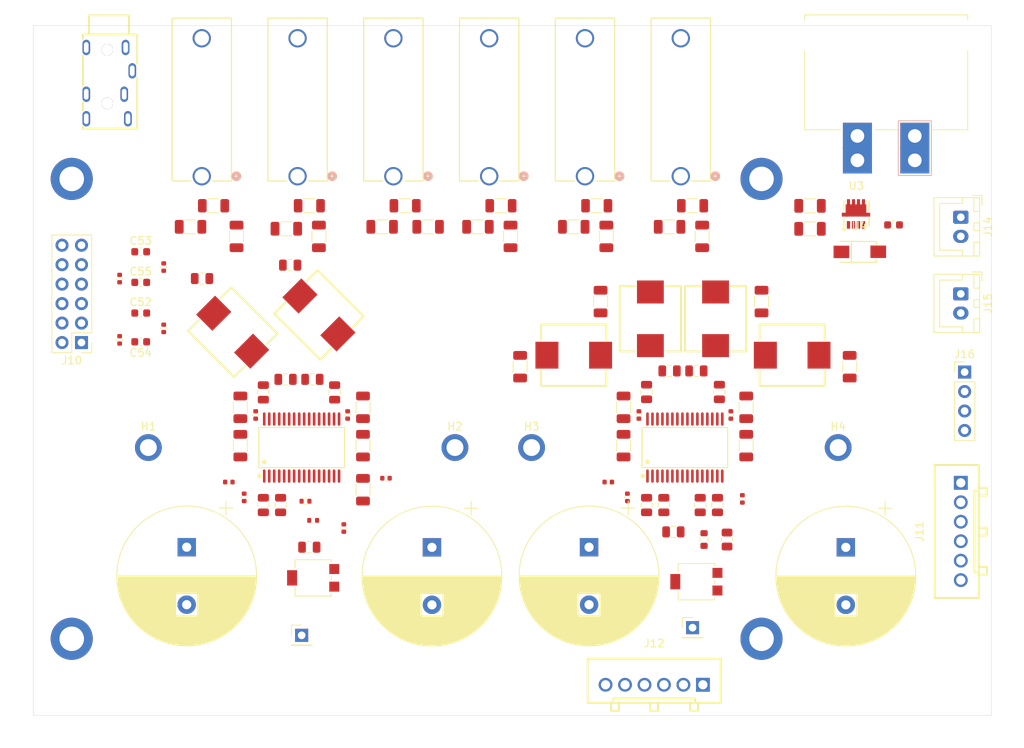
<source format=kicad_pcb>
(kicad_pcb (version 20240108) (generator "pcbnew") (generator_version "8.0")
  (layers (0 "F.Cu" signal) (31 "B.Cu" signal) (34 "B.Paste" user) (35 "F.Paste" user) (36 "B.SilkS" user "B.Silkscreen") (37 "F.SilkS" user "F.Silkscreen") (38 "B.Mask" user) (39 "F.Mask" user) (44 "Edge.Cuts" user))
  (net 0 "")
  (net 1 "/TPA3126D2/LINN")
  (net 2 "Net-(U1-LINN)")
  (net 3 "Net-(U1-LINP)")
  (net 4 "/TPA3126D2/LINP")
  (net 5 "Net-(U1-RINN)")
  (net 6 "/TPA3126D2/RINN")
  (net 7 "Net-(U2-RINN)")
  (net 8 "/TPA3126D2/SINN")
  (net 9 "GND")
  (net 10 "Net-(U1-GVDD)")
  (net 11 "Net-(U2-GVDD)")
  (net 12 "Net-(U2-SYNC)")
  (net 13 "Net-(U1-RINP)")
  (net 14 "/TPA3126D2/RINP")
  (net 15 "/TPA3126D2/SINP")
  (net 16 "Net-(U2-RINP)")
  (net 17 "+24V")
  (net 18 "Net-(U1-BSPR)")
  (net 19 "Net-(U1-OUTPR)")
  (net 20 "Net-(U1-BSNR)")
  (net 21 "Net-(U1-OUTNR)")
  (net 22 "Net-(U1-BSNL)")
  (net 23 "Net-(U1-OUTNL)")
  (net 24 "Net-(U2-BSPR)")
  (net 25 "Net-(U2-OUTNR)")
  (net 26 "Net-(U2-BSNR)")
  (net 27 "Net-(U2-BSNL)")
  (net 28 "Net-(U2-OUTNL)")
  (net 29 "Net-(U1-BSPL)")
  (net 30 "Net-(U1-OUTPL)")
  (net 31 "Net-(U2-BSPL)")
  (net 32 "Net-(J3-Pin_1)")
  (net 33 "Net-(J4-Pin_1)")
  (net 34 "Net-(J5-Pin_1)")
  (net 35 "Net-(J6-Pin_1)")
  (net 36 "Net-(J7-Pin_1)")
  (net 37 "Net-(J8-Pin_1)")
  (net 38 "Net-(C46-Pad1)")
  (net 39 "Net-(C47-Pad2)")
  (net 40 "Net-(C48-Pad1)")
  (net 41 "Net-(C49-Pad2)")
  (net 42 "Net-(C50-Pad1)")
  (net 43 "Net-(C51-Pad2)")
  (net 44 "/SIN")
  (net 45 "/RIN")
  (net 46 "Net-(J9-AUDIO_R)")
  (net 47 "/LIN")
  (net 48 "Net-(J9-AUDIO_L)")
  (net 49 "Net-(J1-Pin_1)")
  (net 50 "Net-(J2-Pin_1)")
  (net 55 "/TPA3126D2/SDZB")
  (net 56 "/TPA3126D2/MUTEA")
  (net 57 "/TPA3126D2/FAULTZB")
  (net 58 "/TPA3126D2/FAULTZA")
  (net 59 "/TPA3126D2/MUTEB")
  (net 60 "/TPA3126D2/SDZA")
  (net 61 "Net-(J13-Pin_2)")
  (net 62 "/TPA3126D2/SYNC")
  (net 63 "Net-(U1-GAIN_SLV)")
  (net 64 "Net-(U2-GAIN_SLV)")
  (net 65 "+3V3")
  (net 66 "Net-(U3-G)")
  (footprint "Endstufe:CP_Radial_D18.0mm_P7.50mm" (layer "F.Cu") (at 155 118.05 -90)
    (property "Reference" "C25" (hide yes))
    (property "Value" "2200uF")
    (pad "1" thru_hole rect (at 0 0 90) (size 2.4 2.4) (drill 1.2) (layers "*.Cu" "*.Mask") (net 17 "+24V"))
    (pad "2" thru_hole circle (at 7.5 0 90) (size 2.4 2.4) (drill 1.2) (layers "*.Cu" "*.Mask") (net 9 "GND"))
  )
  (footprint "Connector_PinHeader_2.54mm:PinHeader_1x04_P2.54mm_Vertical" (layer "F.Cu") (at 256.5 95.2)
    (property "Reference" "J16" (at 0 -2.33 0) (layer "F.SilkS"))
    (property "Value" "Conn_01x04")
    (pad "1" thru_hole rect (at 0 0) (size 1.7 1.7) (drill 1) (layers "*.Cu" "*.Mask") (net 17 "+24V"))
    (pad "2" thru_hole oval (at 0 2.54) (size 1.7 1.7) (drill 1) (layers "*.Cu" "*.Mask") (net 9 "GND"))
    (pad "3" thru_hole oval (at 0 5.08) (size 1.7 1.7) (drill 1) (layers "*.Cu" "*.Mask") (net 17 "+24V"))
    (pad "4" thru_hole oval (at 0 7.62) (size 1.7 1.7) (drill 1) (layers "*.Cu" "*.Mask") (net 9 "GND"))
  )
  (footprint "Endstufe:R_1206_3216Metric" (layer "F.Cu") (at 221 73.5 180)
    (property "Reference" "R15" (hide yes))
    (property "Value" "3.3")
    (pad "1" smd roundrect (at -1.4625 0 180) (size 1.125 1.75) (layers "F.Cu" "F.Paste" "F.Mask") (roundrect_rratio 0.2222222222) (net 41 "Net-(C49-Pad2)"))
    (pad "2" smd roundrect (at 1.4625 0 180) (size 1.125 1.75) (layers "F.Cu" "F.Paste" "F.Mask") (roundrect_rratio 0.2222222222) (net 35 "Net-(J6-Pin_1)"))
  )
  (footprint "Endstufe:C_0805_2012Metric" (layer "F.Cu") (at 217.25 112.55 90)
    (property "Reference" "C3" (hide yes))
    (property "Value" "1uF")
    (pad "1" smd roundrect (at -0.95 0 90) (size 1 1.45) (layers "F.Cu" "F.Paste" "F.Mask") (net 6 "/TPA3126D2/RINN"))
    (pad "2" smd roundrect (at 0.95 0 90) (size 1 1.45) (layers "F.Cu" "F.Paste" "F.Mask") (net 5 "Net-(U1-RINN)"))
  )
  (footprint "Endstufe:C_1206_3216Metric" (layer "F.Cu") (at 155.5 76.25 180)
    (property "Reference" "C44" (hide yes))
    (property "Value" "1nF")
    (pad "1" smd roundrect (at -1.475 0 180) (size 1.15 1.8) (layers "F.Cu" "F.Paste" "F.Mask") (roundrect_rratio 0.2173913043) (net 36 "Net-(J7-Pin_1)"))
    (pad "2" smd roundrect (at 1.475 0 180) (size 1.15 1.8) (layers "F.Cu" "F.Paste" "F.Mask") (roundrect_rratio 0.2173913043) (net 9 "GND"))
  )
  (footprint "Endstufe:PinHeader_1x01_P2.54mm_Vertical" (layer "F.Cu") (at 170 129.55)
    (property "Reference" "J2" (hide yes))
    (property "Value" "Conn_01x01_Pin")
    (pad "1" thru_hole rect (at 0 0) (size 1.7 1.7) (drill 1) (layers "*.Cu" "*.Mask") (net 50 "Net-(J2-Pin_1)"))
  )
  (footprint "Endstufe:CP_Radial_D18.0mm_P7.50mm" (layer "F.Cu") (at 207.5 118.05 -90)
    (property "Reference" "C24" (hide yes))
    (property "Value" "2200uF")
    (pad "1" thru_hole rect (at 0 0 90) (size 2.4 2.4) (drill 1.2) (layers "*.Cu" "*.Mask") (net 17 "+24V"))
    (pad "2" thru_hole circle (at 7.5 0 90) (size 2.4 2.4) (drill 1.2) (layers "*.Cu" "*.Mask") (net 9 "GND"))
  )
  (footprint "Endstufe:IND-SMD_L8.5-W8.0_PCC-M0854M" (layer "F.Cu") (at 172.25 87.75 135)
    (property "Reference" "L6" (hide yes))
    (property "Value" "10uH")
    (pad "1" smd rect (at -3.5 0 135) (size 3 3.5) (layers "F.Cu" "F.Paste" "F.Mask") (net 28 "Net-(U2-OUTNL)"))
    (pad "2" smd rect (at 3.5 0 135) (size 3 3.5) (layers "F.Cu" "F.Paste" "F.Mask") (net 37 "Net-(J8-Pin_1)"))
  )
  (footprint "Endstufe:C_0805_2012Metric" (layer "F.Cu") (at 165 97.85 90)
    (property "Reference" "C29" (hide yes))
    (property "Value" "220nF")
    (pad "1" smd roundrect (at -0.949999 0 90) (size 1 1.45) (layers "F.Cu" "F.Paste" "F.Mask") (net 24 "Net-(U2-BSPR)"))
    (pad "2" smd roundrect (at 0.949999 0 90) (size 1 1.45) (layers "F.Cu" "F.Paste" "F.Mask") (net 25 "Net-(U2-OUTNR)"))
  )
  (footprint "Endstufe:IND-SMD_L8.5-W8.0_PCC-M0854M" (layer "F.Cu") (at 224 88.25 90)
    (property "Reference" "L3" (hide yes))
    (property "Value" "10uH")
    (pad "1" smd rect (at -3.5 0 90) (size 3 3.5) (layers "F.Cu" "F.Paste" "F.Mask") (net 30 "Net-(U1-OUTPL)"))
    (pad "2" smd rect (at 3.5 0 90) (size 3 3.5) (layers "F.Cu" "F.Paste" "F.Mask") (net 34 "Net-(J5-Pin_1)"))
  )
  (footprint "Endstufe:C_0402_1005Metric" (layer "F.Cu") (at 146.25 91 90)
    (property "Reference" "R21" (hide yes))
    (property "Value" "10k")
    (pad "1" smd roundrect (at -0.48 0 90) (size 0.56 0.62) (layers "F.Cu" "F.Paste" "F.Mask") (net 45 "/RIN"))
    (pad "2" smd roundrect (at 0.48 0 90) (size 0.56 0.62) (layers "F.Cu" "F.Paste" "F.Mask") (net 9 "GND"))
  )
  (footprint "Endstufe:C_0402_1005Metric" (layer "F.Cu") (at 152 89.5 90)
    (property "Reference" "R18" (hide yes))
    (property "Value" "10k")
    (pad "1" smd roundrect (at -0.48 0 90) (size 0.56 0.62) (layers "F.Cu" "F.Paste" "F.Mask") (net 46 "Net-(J9-AUDIO_R)"))
    (pad "2" smd roundrect (at 0.48 0 90) (size 0.56 0.62) (layers "F.Cu" "F.Paste" "F.Mask") (net 44 "/SIN"))
  )
  (footprint "Endstufe:C_0402_1005Metric" (layer "F.Cu") (at 146.25 83 90)
    (property "Reference" "R20" (hide yes))
    (property "Value" "10k")
    (pad "1" smd roundrect (at -0.48 0 90) (size 0.56 0.62) (layers "F.Cu" "F.Paste" "F.Mask") (net 47 "/LIN"))
    (pad "2" smd roundrect (at 0.48 0 90) (size 0.56 0.62) (layers "F.Cu" "F.Paste" "F.Mask") (net 9 "GND"))
  )
  (footprint "Endstufe:IND-SMD_L8.5-W8.0_PCC-M0854M" (layer "F.Cu") (at 234 93)
    (property "Reference" "L4" (hide yes))
    (property "Value" "10uH")
    (pad "1" smd rect (at -3.5 0) (size 3 3.5) (layers "F.Cu" "F.Paste" "F.Mask") (net 23 "Net-(U1-OUTNL)"))
    (pad "2" smd rect (at 3.5 0) (size 3 3.5) (layers "F.Cu" "F.Paste" "F.Mask") (net 35 "Net-(J6-Pin_1)"))
  )
  (footprint "Endstufe:C_0402_1005Metric" (layer "F.Cu") (at 160.5 109.55 180)
    (property "Reference" "R7" (hide yes))
    (property "Value" "10k")
    (pad "1" smd roundrect (at -0.48 0 180) (size 0.56 0.62) (layers "F.Cu" "F.Paste" "F.Mask") (net 55 "/TPA3126D2/SDZB"))
    (pad "2" smd roundrect (at 0.48 0 180) (size 0.56 0.62) (layers "F.Cu" "F.Paste" "F.Mask") (net 65 "+3V3"))
  )
  (footprint "Endstufe:Molex_Sabre_43160-1102_1x02_P7.49mm_Horizontal" (layer "F.Cu") (at 250 64.395 180)
    (property "Reference" "J13" (hide yes))
    (property "Value" "Conn_01x02_Pin")
    (pad "1" thru_hole rect (at 0 -3.18) (size 3.78 3.43) (drill 1.78) (layers "*.Cu" "*.Mask") (net 9 "GND"))
    (pad "1" thru_hole rect (at 0 0) (size 3.78 3.43) (drill 1.78) (layers "*.Cu" "*.Mask") (net 9 "GND"))
    (pad "2" thru_hole rect (at 7.49 -3.18) (size 3.78 3.43) (drill 1.78) (layers "*.Cu" "*.Mask") (net 61 "Net-(J13-Pin_2)"))
    (pad "2" thru_hole rect (at 7.49 0) (size 3.78 3.43) (drill 1.78) (layers "*.Cu" "*.Mask") (net 61 "Net-(J13-Pin_2)"))
  )
  (footprint "Endstufe:C_0805_2012Metric" (layer "F.Cu") (at 171.4 96.15)
    (property "Reference" "C33" (hide yes))
    (property "Value" "220nF")
    (pad "1" smd roundrect (at -0.95 0) (size 1 1.45) (layers "F.Cu" "F.Paste" "F.Mask") (net 31 "Net-(U2-BSPL)"))
    (pad "2" smd roundrect (at 0.95 0) (size 1 1.45) (layers "F.Cu" "F.Paste" "F.Mask") (net 28 "Net-(U2-OUTNL)"))
  )
  (footprint "Endstufe:C_0402_1005Metric" (layer "F.Cu") (at 162.5 111.55 -90)
    (property "Reference" "R9" (hide yes))
    (property "Value" "10k")
    (pad "1" smd roundrect (at -0.48 0 270) (size 0.56 0.62) (layers "F.Cu" "F.Paste" "F.Mask") (net 57 "/TPA3126D2/FAULTZB"))
    (pad "2" smd roundrect (at 0.48 0 270) (size 0.56 0.62) (layers "F.Cu" "F.Paste" "F.Mask") (net 65 "+3V3"))
  )
  (footprint "Endstufe:C_1206_3216Metric" (layer "F.Cu") (at 172.25 77.5 90)
    (property "Reference" "C51" (hide yes))
    (property "Value" "10nF")
    (pad "1" smd roundrect (at -1.475 0 90) (size 1.15 1.8) (layers "F.Cu" "F.Paste" "F.Mask") (roundrect_rratio 0.2173913043) (net 9 "GND"))
    (pad "2" smd roundrect (at 1.475 0 90) (size 1.15 1.8) (layers "F.Cu" "F.Paste" "F.Mask") (roundrect_rratio 0.2173913043) (net 43 "Net-(C51-Pad2)"))
  )
  (footprint "Endstufe:R_0603_1608Metric" (layer "F.Cu") (at 222.5 117.05 -90)
    (property "Reference" "R2" (hide yes))
    (property "Value" "5.6k")
    (pad "1" smd roundrect (at -0.825 0 270) (size 0.8 0.95) (layers "F.Cu" "F.Paste" "F.Mask") (net 63 "Net-(U1-GAIN_SLV)"))
    (pad "2" smd roundrect (at 0.825 0 270) (size 0.8 0.95) (layers "F.Cu" "F.Paste" "F.Mask") (net 9 "GND"))
  )
  (footprint "Capacitor_SMD:C_0603_1608Metric" (layer "F.Cu") (at 149 87.5)
    (property "Reference" "C52" (at 0 -1.43 360) (layer "F.SilkS"))
    (property "Value" "180nF")
    (pad "1" smd roundrect (at -0.775 0) (size 0.9 0.95) (layers "F.Cu" "F.Paste" "F.Mask") (net 9 "GND"))
    (pad "2" smd roundrect (at 0.775 0) (size 0.9 0.95) (layers "F.Cu" "F.Paste" "F.Mask") (net 44 "/SIN"))
  )
  (footprint "Endstufe:CP_Radial_D18.0mm_P7.50mm" (layer "F.Cu") (at 187 118.07222 -90)
    (property "Reference" "C22" (hide yes))
    (property "Value" "2200uF")
    (pad "1" thru_hole rect (at 0 0 90) (size 2.4 2.4) (drill 1.2) (layers "*.Cu" "*.Mask") (net 17 "+24V"))
    (pad "2" thru_hole circle (at 7.5 0 90) (size 2.4 2.4) (drill 1.2) (layers "*.Cu" "*.Mask") (net 9 "GND"))
  )
  (footprint "Endstufe:C_1206_3216Metric" (layer "F.Cu") (at 236.324841 73.514072)
    (property "Reference" "C56" (hide yes))
    (property "Value" "10uF")
    (pad "1" smd roundrect (at -1.475 0) (size 1.15 1.8) (layers "F.Cu" "F.Paste" "F.Mask") (roundrect_rratio 0.2173913043) (net 9 "GND"))
    (pad "2" smd roundrect (at 1.475 0) (size 1.15 1.8) (layers "F.Cu" "F.Paste" "F.Mask") (roundrect_rratio 0.2173913043) (net 17 "+24V"))
  )
  (footprint "Connector_JST:JST_XH_B2B-XH-A_1x02_P2.50mm_Vertical" (layer "F.Cu") (at 256 85 -90)
    (property "Reference" "J15" (at 1.25 -3.55 90) (layer "F.SilkS"))
    (property "Value" "Conn_01x02_Pin")
    (pad "1" thru_hole roundrect (at 0 0 270) (size 1.7 2) (drill 1) (layers "*.Cu" "*.Mask") (roundrect_rratio 0.147059) (net 9 "GND"))
    (pad "2" thru_hole oval (at 2.5 0 270) (size 1.7 2) (drill 1) (layers "*.Cu" "*.Mask") (net 17 "+24V"))
  )
  (footprint "MountingHole:MountingHole_2.2mm_M2_ISO7380_Pad" (layer "F.Cu") (at 190 105.05)
    (property "Reference" "H2" (at 0 -2.75 0) (layer "F.SilkS"))
    (property "Value" "MountingHole_Pad")
    (pad "1" thru_hole circle (at 0 0) (size 3.5 3.5) (drill 2.2) (layers "*.Cu" "*.Mask") (net 9 "GND"))
  )
  (footprint "Endstufe:CONN_973582100_HRS" (layer "F.Cu") (at 206.9666 69.648001 180)
    (property "Reference" "J5" (hide yes))
    (property "Value" "banana connector")
    (pad "1" thru_hole circle (at 0 0) (size 2.3876 2.3876) (drill 1.8796) (layers "*.Cu" "*.Mask") (net 34 "Net-(J5-Pin_1)"))
    (pad "1" thru_hole circle (at 0 17.999999) (size 2.3876 2.3876) (drill 1.8796) (layers "*.Cu" "*.Mask") (net 34 "Net-(J5-Pin_1)"))
  )
  (footprint "Endstufe:R_1206_3216Metric" (layer "F.Cu") (at 196 73.5 180)
    (property "Reference" "R13" (hide yes))
    (property "Value" "3.3")
    (pad "1" smd roundrect (at -1.4625 0 180) (size 1.125 1.75) (layers "F.Cu" "F.Paste" "F.Mask") (roundrect_rratio 0.2222222222) (net 39 "Net-(C47-Pad2)"))
    (pad "2" smd roundrect (at 1.4625 0 180) (size 1.125 1.75) (layers "F.Cu" "F.Paste" "F.Mask") (roundrect_rratio 0.2222222222) (net 33 "Net-(J4-Pin_1)"))
  )
  (footprint "Endstufe:CONN_973582100_HRS" (layer "F.Cu") (at 156.9666 69.648001 180)
    (property "Reference" "J7" (hide yes))
    (property "Value" "banana connector")
    (pad "1" thru_hole circle (at 0 0) (size 2.3876 2.3876) (drill 1.8796) (layers "*.Cu" "*.Mask") (net 36 "Net-(J7-Pin_1)"))
    (pad "1" thru_hole circle (at 0 17.999999) (size 2.3876 2.3876) (drill 1.8796) (layers "*.Cu" "*.Mask") (net 36 "Net-(J7-Pin_1)"))
  )
  (footprint "Endstufe:C_1206_3216Metric" (layer "F.Cu") (at 161.5 77.5 -90)
    (property "Reference" "C50" (hide yes))
    (property "Value" "10nF")
    (pad "1" smd roundrect (at -1.475 0 270) (size 1.15 1.8) (layers "F.Cu" "F.Paste" "F.Mask") (roundrect_rratio 0.2173913043) (net 42 "Net-(C50-Pad1)"))
    (pad "2" smd roundrect (at 1.475 0 270) (size 1.15 1.8) (layers "F.Cu" "F.Paste" "F.Mask") (roundrect_rratio 0.2173913043) (net 9 "GND"))
  )
  (footprint "Endstufe:C_0402_1005Metric" (layer "F.Cu") (at 164 100.8 90)
    (property "Reference" "C16" (hide yes))
    (property "Value" "100nF")
    (pad "1" smd roundrect (at -0.48 0 90) (size 0.56 0.62) (layers "F.Cu" "F.Paste" "F.Mask") (net 17 "+24V"))
    (pad "2" smd roundrect (at 0.48 0 90) (size 0.56 0.62) (layers "F.Cu" "F.Paste" "F.Mask") (net 9 "GND"))
  )
  (footprint "Endstufe:C_0402_1005Metric" (layer "F.Cu") (at 210 109.55 180)
    (property "Reference" "R6" (hide yes))
    (property "Value" "10k")
    (pad "1" smd roundrect (at -0.48 0 180) (size 0.56 0.62) (layers "F.Cu" "F.Paste" "F.Mask") (net 60 "/TPA3126D2/SDZA"))
    (pad "2" smd roundrect (at 0.48 0 180) (size 0.56 0.62) (layers "F.Cu" "F.Paste" "F.Mask") (net 65 "+3V3"))
  )
  (footprint "Endstufe:MountingHole_3.2mm_M3_ISO14580_Pad" (layer "F.Cu") (at 230 70)
    (property "Reference" "H6" (hide yes))
    (property "Value" "MountingHole_Pad")
    (pad "1" thru_hole circle (at 0 0) (size 5.5 5.5) (drill 3.2) (layers "*.Cu" "*.Mask") (net 9 "GND"))
  )
  (footprint "Endstufe:C_0805_2012Metric" (layer "F.Cu") (at 171 118.05 180)
    (property "Reference" "C6" (hide yes))
    (property "Value" "1uF X7R")
    (pad "1" smd roundrect (at -0.95 0 180) (size 1 1.45) (layers "F.Cu" "F.Paste" "F.Mask") (net 9 "GND"))
    (pad "2" smd roundrect (at 0.95 0 180) (size 1 1.45) (layers "F.Cu" "F.Paste" "F.Mask") (net 11 "Net-(U2-GVDD)"))
  )
  (footprint "Connector_JST:JST_XH_B2B-XH-A_1x02_P2.50mm_Vertical" (layer "F.Cu") (at 256 75 -90)
    (property "Reference" "J14" (at 1.25 -3.55 90) (layer "F.SilkS"))
    (property "Value" "Conn_01x02_Pin")
    (pad "1" thru_hole roundrect (at 0 0 270) (size 1.7 2) (drill 1) (layers "*.Cu" "*.Mask") (roundrect_rratio 0.147059) (net 9 "GND"))
    (pad "2" thru_hole oval (at 2.5 0 270) (size 1.7 2) (drill 1) (layers "*.Cu" "*.Mask") (net 17 "+24V"))
  )
  (footprint "Endstufe:C_0805_2012Metric" (layer "F.Cu") (at 215 112.55 90)
    (property "Reference" "C8" (hide yes))
    (property "Value" "1uF")
    (pad "1" smd roundrect (at -0.95 0 90) (size 1 1.45) (layers "F.Cu" "F.Paste" "F.Mask") (net 14 "/TPA3126D2/RINP"))
    (pad "2" smd roundrect (at 0.95 0 90) (size 1 1.45) (layers "F.Cu" "F.Paste" "F.Mask") (net 13 "Net-(U1-RINP)"))
  )
  (footprint "Endstufe:C_0805_2012Metric" (layer "F.Cu") (at 221.5 95.05)
    (property "Reference" "C32" (hide yes))
    (property "Value" "220nF")
    (pad "1" smd roundrect (at -0.95 0) (size 1 1.45) (layers "F.Cu" "F.Paste" "F.Mask") (net 29 "Net-(U1-BSPL)"))
    (pad "2" smd roundrect (at 0.95 0) (size 1 1.45) (layers "F.Cu" "F.Paste" "F.Mask") (net 30 "Net-(U1-OUTPL)"))
  )
  (footprint "Endstufe:C_0603_1608Metric" (layer "F.Cu") (at 247.225 76)
    (property "Reference" "R22" (hide yes))
    (property "Value" "100k")
    (pad "1" smd roundrect (at -0.775 0) (size 0.9 0.95) (layers "F.Cu" "F.Paste" "F.Mask") (net 66 "Net-(U3-G)"))
    (pad "2" smd roundrect (at 0.775 0) (size 0.9 0.95) (layers "F.Cu" "F.Paste" "F.Mask") (net 9 "GND"))
  )
  (footprint "Endstufe:C_1206_3216Metric" (layer "F.Cu") (at 178 99.8 90)
    (property "Reference" "C10" (hide yes))
    (property "Value" "10uF")
    (pad "1" smd roundrect (at -1.475 0 90) (size 1.15 1.8) (layers "F.Cu" "F.Paste" "F.Mask") (roundrect_rratio 0.2173913043) (net 17 "+24V"))
    (pad "2" smd roundrect (at 1.475 0 90) (size 1.15 1.8) (layers "F.Cu" "F.Paste" "F.Mask") (roundrect_rratio 0.2173913043) (net 9 "GND"))
  )
  (footprint "Endstufe:C_1206_3216Metric" (layer "F.Cu") (at 228 104.8 -90)
    (property "Reference" "C18" (hide yes))
    (property "Value" "10uF")
    (pad "1" smd roundrect (at -1.475 0 270) (size 1.15 1.8) (layers "F.Cu" "F.Paste" "F.Mask") (roundrect_rratio 0.2173913043) (net 17 "+24V"))
    (pad "2" smd roundrect (at 1.475 0 270) (size 1.15 1.8) (layers "F.Cu" "F.Paste" "F.Mask") (roundrect_rratio 0.2173913043) (net 9 "GND"))
  )
  (footprint "Endstufe:C_1206_3216Metric" (layer "F.Cu") (at 178 110.55 -90)
    (property "Reference" "C7" (hide yes))
    (property "Value" "1nF")
    (pad "1" smd roundrect (at -1.475 0 270) (size 1.15 1.8) (layers "F.Cu" "F.Paste" "F.Mask") (roundrect_rratio 0.2173913043) (net 12 "Net-(U2-SYNC)"))
    (pad "2" smd roundrect (at 1.475 0 270) (size 1.15 1.8) (layers "F.Cu" "F.Paste" "F.Mask") (roundrect_rratio 0.2173913043) (net 9 "GND"))
  )
  (footprint "Endstufe:C_1206_3216Metric" (layer "F.Cu") (at 178 104.8 -90)
    (property "Reference" "C20" (hide yes))
    (property "Value" "10uF")
    (pad "1" smd roundrect (at -1.475 0 270) (size 1.15 1.8) (layers "F.Cu" "F.Paste" "F.Mask") (roundrect_rratio 0.2173913043) (net 17 "+24V"))
    (pad "2" smd roundrect (at 1.475 0 270) (size 1.15 1.8) (layers "F.Cu" "F.Paste" "F.Mask") (roundrect_rratio 0.2173913043) (net 9 "GND"))
  )
  (footprint "Capacitor_SMD:C_0603_1608Metric" (layer "F.Cu") (at 149 83.5)
    (property "Reference" "C55" (at 0 -1.43 360) (layer "F.SilkS"))
    (property "Value" "180nF")
    (pad "1" smd roundrect (at -0.775 0) (size 0.9 0.95) (layers "F.Cu" "F.Paste" "F.Mask") (net 47 "/LIN"))
    (pad "2" smd roundrect (at 0.775 0) (size 0.9 0.95) (layers "F.Cu" "F.Paste" "F.Mask") (net 48 "Net-(J9-AUDIO_L)"))
  )
  (footprint "Endstufe:C_1206_3216Metric" (layer "F.Cu") (at 168 76.5)
    (property "Reference" "C45" (hide yes))
    (property "Value" "1nF")
    (pad "1" smd roundrect (at -1.475 0) (size 1.15 1.8) (layers "F.Cu" "F.Paste" "F.Mask") (roundrect_rratio 0.2173913043) (net 9 "GND"))
    (pad "2" smd roundrect (at 1.475 0) (size 1.15 1.8) (layers "F.Cu" "F.Paste" "F.Mask") (roundrect_rratio 0.2173913043) (net 37 "Net-(J8-Pin_1)"))
  )
  (footprint "Endstufe:C_0805_2012Metric" (layer "F.Cu") (at 174.3 97.85 90)
    (property "Reference" "C31" (hide yes))
    (property "Value" "220nF")
    (pad "1" smd roundrect (at -0.95 0 90) (size 1 1.45) (layers "F.Cu" "F.Paste" "F.Mask") (net 27 "Net-(U2-BSNL)"))
    (pad "2" smd roundrect (at 0.95 0 90) (size 1 1.45) (layers "F.Cu" "F.Paste" "F.Mask") (net 28 "Net-(U2-OUTNL)"))
  )
  (footprint "Endstufe:C_0805_2012Metric" (layer "F.Cu") (at 218.5 116.05)
    (property "Reference" "C5" (hide yes))
    (property "Value" "1uF X7R")
    (pad "1" smd roundrect (at -0.95 0) (size 1 1.45) (layers "F.Cu" "F.Paste" "F.Mask") (net 9 "GND"))
    (pad "2" smd roundrect (at 0.95 0) (size 1 1.45) (layers "F.Cu" "F.Paste" "F.Mask") (net 10 "Net-(U1-GVDD)"))
  )
  (footprint "Endstufe:R_1206_3216Metric" (layer "F.Cu") (at 171 73.5 180)
    (property "Reference" "R17" (hide yes))
    (property "Value" "3.3")
    (pad "1" smd roundrect (at -1.4625 0 180) (size 1.125 1.75) (layers "F.Cu" "F.Paste" "F.Mask") (roundrect_rratio 0.2222222222) (net 43 "Net-(C51-Pad2)"))
    (pad "2" smd roundrect (at 1.4625 0 180) (size 1.125 1.75) (layers "F.Cu" "F.Paste" "F.Mask") (roundrect_rratio 0.2222222222) (net 37 "Net-(J8-Pin_1)"))
  )
  (footprint "Endstufe:CONN-TH_B6B-XH-2-LF-SN" (layer "F.Cu") (at 216 136)
    (property "Reference" "J12" (at 0.000013 -5.4 0) (layer "F.SilkS"))
    (property "Value" "B6B-XH-2(LF)(SN)")
    (pad "1" thru_hole rect (at 6.350013 0 180) (size 1.8 1.8) (drill 1.2) (layers "*.Cu" "*.Mask") (net 60 "/TPA3126D2/SDZA"))
    (pad "2" thru_hole circle (at 3.810008 0) (size 1.8 1.8) (drill 1.2) (layers "*.Cu" "*.Mask") (net 55 "/TPA3126D2/SDZB"))
    (pad "3" thru_hole circle (at 1.270003 0) (size 1.8 1.8) (drill 1.2) (layers "*.Cu" "*.Mask") (net 58 "/TPA3126D2/FAULTZA"))
    (pad "4" thru_hole circle (at -1.270003 0) (size 1.8 1.8) (drill 1.2) (layers "*.Cu" "*.Mask") (net 57 "/TPA3126D2/FAULTZB"))
    (pad "5" thru_hole circle (at -3.810008 0) (size 1.8 1.8) (drill 1.2) (layers "*.Cu" "*.Mask") (net 56 "/TPA3126D2/MUTEA"))
    (pad "6" thru_hole circle (at -6.350013 0) (size 1.8 1.8) (drill 1.2) (layers "*.Cu" "*.Mask") (net 59 "/TPA3126D2/MUTEB"))
  )
  (footprint "Endstufe:C_0402_1005Metric" (layer "F.Cu") (at 214 100.8 90)
    (property "Reference" "C17" (hide yes))
    (property "Value" "100nF")
    (pad "1" smd roundrect (at -0.48 0 90) (size 0.56 0.62) (layers "F.Cu" "F.Paste" "F.Mask") (net 17 "+24V"))
    (pad "2" smd roundrect (at 0.48 0 90) (size 0.56 0.62) (layers "F.Cu" "F.Paste" "F.Mask") (net 9 "GND"))
  )
  (footprint "Endstufe:C_1206_3216Metric" (layer "F.Cu") (at 209 86 90)
    (property "Reference" "C35" (hide yes))
    (property "Value" "680nF")
    (pad "1" smd roundrect (at -1.475 0 90) (size 1.15 1.8) (layers "F.Cu" "F.Paste" "F.Mask") (roundrect_rratio 0.2173913043) (net 9 "GND"))
    (pad "2" smd roundrect (at 1.475 0 90) (size 1.15 1.8) (layers "F.Cu" "F.Paste" "F.Mask") (roundrect_rratio 0.2173913043) (net 33 "Net-(J4-Pin_1)"))
  )
  (footprint "Endstufe:R_0805_2012Metric" (layer "F.Cu") (at 225.5 117.05 90)
    (property "Reference" "R4" (hide yes))
    (property "Value" "DNP")
    (pad "1" smd roundrect (at -0.9125 0 90) (size 1.025 1.4) (layers "F.Cu" "F.Paste" "F.Mask") (roundrect_rratio 0.243902439) (net 10 "Net-(U1-GVDD)"))
    (pad "2" smd roundrect (at 0.9125 0 90) (size 1.025 1.4) (layers "F.Cu" "F.Paste" "F.Mask") (roundrect_rratio 0.243902439) (net 63 "Net-(U1-GAIN_SLV)"))
  )
  (footprint "Endstufe:HTSSOP-32_L11.0-W6.1-P0.65-LS8.1-BL" (layer "F.Cu") (at 170 105.05)
    (property "Reference" "U2" (hide yes))
    (property "Value" "TPA3126D2DADR")
    (pad "1" smd oval (at -4.88 3.72) (size 0.34 1.75) (layers "F.Cu" "F.Paste" "F.Mask") (net 9 "GND"))
    (pad "2" smd oval (at -4.23 3.72) (size 0.34 1.75) (layers "F.Cu" "F.Paste" "F.Mask") (net 55 "/TPA3126D2/SDZB"))
    (pad "3" smd oval (at -3.58 3.72) (size 0.34 1.75) (layers "F.Cu" "F.Paste" "F.Mask") (net 57 "/TPA3126D2/FAULTZB"))
    (pad "4" smd oval (at -2.93 3.72) (size 0.34 1.75) (layers "F.Cu" "F.Paste" "F.Mask") (net 16 "Net-(U2-RINP)"))
    (pad "5" smd oval (at -2.28 3.72) (size 0.34 1.75) (layers "F.Cu" "F.Paste" "F.Mask") (net 7 "Net-(U2-RINN)"))
    (pad "6" smd oval (at -1.63 3.72) (size 0.34 1.75) (layers "F.Cu" "F.Paste" "F.Mask") (net 50 "Net-(J2-Pin_1)"))
    (pad "7" smd oval (at -0.98 3.72) (size 0.34 1.75) (layers "F.Cu" "F.Paste" "F.Mask") (net 11 "Net-(U2-GVDD)"))
    (pad "8" smd oval (at -0.32 3.72) (size 0.34 1.75) (layers "F.Cu" "F.Paste" "F.Mask") (net 64 "Net-(U2-GAIN_SLV)"))
    (pad "9" smd oval (at 0.33 3.72) (size 0.34 1.75) (layers "F.Cu" "F.Paste" "F.Mask") (net 9 "GND"))
    (pad "10" smd oval (at 0.98 3.72) (size 0.34 1.75) (layers "F.Cu" "F.Paste" "F.Mask") (net 9 "GND"))
    (pad "11" smd oval (at 1.63 3.72) (size 0.34 1.75) (layers "F.Cu" "F.Paste" "F.Mask") (net 9 "GND"))
    (pad "12" smd oval (at 2.28 3.72) (size 0.34 1.75) (layers "F.Cu" "F.Paste" "F.Mask") (net 59 "/TPA3126D2/MUTEB"))
    (pad "13" smd oval (at 2.93 3.72) (size 0.34 1.75) (layers "F.Cu" "F.Paste" "F.Mask") (net 9 "GND"))
    (pad "14" smd oval (at 3.58 3.72) (size 0.34 1.75) (layers "F.Cu" "F.Paste" "F.Mask") (net 9 "GND"))
    (pad "15" smd oval (at 4.23 3.72) (size 0.34 1.75) (layers "F.Cu" "F.Paste" "F.Mask") (net 9 "GND"))
    (pad "16" smd oval (at 4.88 3.72) (size 0.34 1.75) (layers "F.Cu" "F.Paste" "F.Mask") (net 12 "Net-(U2-SYNC)"))
    (pad "17" smd oval (at 4.88 -3.72) (size 0.34 1.75) (layers "F.Cu" "F.Paste" "F.Mask") (net 17 "+24V"))
    (pad "18" smd oval (at 4.23 -3.72) (size 0.34 1.75) (layers "F.Cu" "F.Paste" "F.Mask") (net 17 "+24V"))
    (pad "19" smd oval (at 3.58 -3.72) (size 0.34 1.75) (layers "F.Cu" "F.Paste" "F.Mask") (net 17 "+24V"))
    (pad "20" smd oval (at 2.93 -3.72) (size 0.34 1.75) (layers "F.Cu" "F.Paste" "F.Mask") (net 27 "Net-(U2-BSNL)"))
    (pad "21" smd oval (at 2.28 -3.72) (size 0.34 1.75) (layers "F.Cu" "F.Paste" "F.Mask") (net 28 "Net-(U2-OUTNL)"))
    (pad "22" smd oval (at 1.63 -3.72) (size 0.34 1.75) (layers "F.Cu" "F.Paste" "F.Mask") (net 9 "GND"))
    (pad "23" smd oval (at 0.98 -3.72) (size 0.34 1.75) (layers "F.Cu" "F.Paste" "F.Mask") (net 28 "Net-(U2-OUTNL)"))
    (pad "24" smd oval (at 0.33 -3.72) (size 0.34 1.75) (layers "F.Cu" "F.Paste" "F.Mask") (net 31 "Net-(U2-BSPL)"))
    (pad "25" smd oval (at -0.32 -3.72) (size 0.34 1.75) (layers "F.Cu" "F.Paste" "F.Mask") (net 9 "GND"))
    (pad "26" smd oval (at -0.98 -3.72) (size 0.34 1.75) (layers "F.Cu" "F.Paste" "F.Mask") (net 26 "Net-(U2-BSNR)"))
    (pad "27" smd oval (at -1.63 -3.72) (size 0.34 1.75) (layers "F.Cu" "F.Paste" "F.Mask") (net 25 "Net-(U2-OUTNR)"))
    (pad "28" smd oval (at -2.28 -3.72) (size 0.34 1.75) (layers "F.Cu" "F.Paste" "F.Mask") (net 9 "GND"))
    (pad "29" smd oval (at -2.93 -3.72) (size 0.34 1.75) (layers "F.Cu" "F.Paste" "F.Mask") (net 25 "Net-(U2-OUTNR)"))
    (pad "30" smd oval (at -3.58 -3.72) (size 0.34 1.75) (layers "F.Cu" "F.Paste" "F.Mask") (net 24 "Net-(U2-BSPR)"))
    (pad "31" smd oval (at -4.23 -3.72) (size 0.34 1.75) (layers "F.Cu" "F.Paste" "F.Mask") (net 17 "+24V"))
    (pad "32" smd oval (at -4.88 -3.72) (size 0.34 1.75) (layers "F.Cu" "F.Paste" "F.Mask") (net 17 "+24V"))
  )
  (footprint "Endstufe:MountingHole_3.2mm_M3_ISO14580_Pad" (layer "F.Cu") (at 140 70)
    (property "Reference" "H5" (hide yes))
    (property "Value" "MountingHole_Pad")
    (pad "1" thru_hole circle (at 0 0) (size 5.5 5.5) (drill 3.2) (layers "*.Cu" "*.Mask") (net 9 "GND"))
  )
  (footprint "Endstufe:C_1206_3216Metric" (layer "F.Cu") (at 222.25 77.5 90)
    (property "Reference" "C49" (hide yes))
    (property "Value" "10nF")
    (pad "1" smd roundrect (at -1.475 0 90) (size 1.15 1.8) (layers "F.Cu" "F.Paste" "F.Mask") (roundrect_rratio 0.2173913043) (net 9 "GND"))
    (pad "2" smd roundrect (at 1.475 0 90) (size 1.15 1.8) (layers "F.Cu" "F.Paste" "F.Mask") (roundrect_rratio 0.2173913043) (net 41 "Net-(C49-Pad2)"))
  )
  (footprint "Endstufe:C_0805_2012Metric" (layer "F.Cu") (at 218 95.05 180)
    (property "Reference" "C27" (hide yes))
    (property "Value" "220nF")
    (pad "1" smd roundrect (at -0.95 0 180) (size 1 1.45) (layers "F.Cu" "F.Paste" "F.Mask") (net 20 "Net-(U1-BSNR)"))
    (pad "2" smd roundrect (at 0.95 0 180) (size 1 1.45) (layers "F.Cu" "F.Paste" "F.Mask") (net 21 "Net-(U1-OUTNR)"))
  )
  (footprint "Endstufe:R_1206_3216Metric" (layer "F.Cu") (at 158.5 73.5)
    (property "Reference" "R16" (hide yes))
    (property "Value" "3.3")
    (pad "1" smd roundrect (at -1.4625 0) (size 1.125 1.75) (layers "F.Cu" "F.Paste" "F.Mask") (roundrect_rratio 0.2222222222) (net 36 "Net-(J7-Pin_1)"))
    (pad "2" smd roundrect (at 1.4625 0) (size 1.125 1.75) (layers "F.Cu" "F.Paste" "F.Mask") (roundrect_rratio 0.2222222222) (net 42 "Net-(C50-Pad1)"))
  )
  (footprint "Endstufe:C_1206_3216Metric" (layer "F.Cu") (at 162 99.8 90)
    (property "Reference" "C13" (hide yes))
    (property "Value" "10uF")
    (pad "1" smd roundrect (at -1.475 0 90) (size 1.15 1.8) (layers "F.Cu" "F.Paste" "F.Mask") (roundrect_rratio 0.2173913043) (net 17 "+24V"))
    (pad "2" smd roundrect (at 1.475 0 90) (size 1.15 1.8) (layers "F.Cu" "F.Paste" "F.Mask") (roundrect_rratio 0.2173913043) (net 9 "GND"))
  )
  (footprint "Endstufe:C_0805_2012Metric" (layer "F.Cu") (at 224.25 112.55 90)
    (property "Reference" "C1" (hide yes))
    (property "Value" "1uF")
    (pad "1" smd roundrect (at -0.95 0 90) (size 1 1.45) (layers "F.Cu" "F.Paste" "F.Mask") (net 1 "/TPA3126D2/LINN"))
    (pad "2" smd roundrect (at 0.95 0 90) (size 1 1.45) (layers "F.Cu" "F.Paste" "F.Mask") (net 2 "Net-(U1-LINN)"))
  )
  (footprint "Endstufe:CONN_973582100_HRS" (layer "F.Cu") (at 194.4666 69.648001 180)
    (property "Reference" "J4" (hide yes))
    (property "Value" "banana connector")
    (pad "1" thru_hole circle (at 0 0) (size 2.3876 2.3876) (drill 1.8796) (layers "*.Cu" "*.Mask") (net 33 "Net-(J4-Pin_1)"))
    (pad "1" thru_hole circle (at 0 17.999999) (size 2.3876 2.3876) (drill 1.8796) (layers "*.Cu" "*.Mask") (net 33 "Net-(J4-Pin_1)"))
  )
  (footprint "Endstufe:IND-SMD_L8.5-W8.0_PCC-M0854M" (layer "F.Cu") (at 161 90 135)
    (property "Reference" "L5" (hide yes))
    (property "Value" "10uH")
    (pad "1" smd rect (at -3.5 0 135) (size 3 3.5) (layers "F.Cu" "F.Paste" "F.Mask") (net 25 "Net-(U2-OUTNR)"))
    (pad "2" smd rect (at 3.5 0 135) (size 3 3.5) (layers "F.Cu" "F.Paste" "F.Mask") (net 36 "Net-(J7-Pin_1)"))
  )
  (footprint "Endstufe:C_0805_2012Metric" (layer "F.Cu") (at 224.5 97.8 90)
    (property "Reference" "C28" (hide yes))
    (property "Value" "220nF")
    (pad "1" smd roundrect (at -0.95 0 90) (size 1 1.45) (layers "F.Cu" "F.Paste" "F.Mask") (net 22 "Net-(U1-BSNL)"))
    (pad "2" smd roundrect (at 0.95 0 90) (size 1 1.45) (layers "F.Cu" "F.Paste" "F.Mask") (net 23 "Net-(U1-OUTNL)"))
  )
  (footprint "Endstufe:C_0805_2012Metric" (layer "F.Cu") (at 165 112.55 90)
    (property "Reference" "C9" (hide yes))
    (property "Value" "1uF")
    (pad "1" smd roundrect (at -0.95 0 90) (size 1 1.45) (layers "F.Cu" "F.Paste" "F.Mask") (net 15 "/TPA3126D2/SINP"))
    (pad "2" smd roundrect (at 0.95 0 90) (size 1 1.45) (layers "F.Cu" "F.Paste" "F.Mask") (net 16 "Net-(U2-RINP)"))
  )
  (footprint "MountingHole:MountingHole_2.2mm_M2_ISO7380_Pad" (layer "F.Cu") (at 240 105.05)
    (property "Reference" "H4" (at 0 -2.75 0) (layer "F.SilkS"))
    (property "Value" "MountingHole_Pad")
    (pad "1" thru_hole circle (at 0 0) (size 3.5 3.5) (drill 2.2) (layers "*.Cu" "*.Mask") (net 9 "GND"))
  )
  (footprint "Endstufe:CONN_973582100_HRS" (layer "F.Cu") (at 181.9666 69.648001 180)
    (property "Reference" "J3" (hide yes))
    (property "Value" "banana connector")
    (pad "1" thru_hole circle (at 0 0) (size 2.3876 2.3876) (drill 1.8796) (layers "*.Cu" "*.Mask") (net 32 "Net-(J3-Pin_1)"))
    (pad "1" thru_hole circle (at 0 17.999999) (size 2.3876 2.3876) (drill 1.8796) (layers "*.Cu" "*.Mask") (net 32 "Net-(J3-Pin_1)"))
  )
  (footprint "Connector_PinHeader_2.54mm:PinHeader_2x06_P2.54mm_Vertical" (layer "F.Cu") (at 141.275 91.35 180)
    (property "Reference" "J10" (at 1.27 -2.33 360) (layer "F.SilkS"))
    (property "Value" "Conn_02x06_Top_Bottom")
    (pad "1" thru_hole rect (at 0 0 180) (size 1.7 1.7) (drill 1) (layers "*.Cu" "*.Mask") (net 45 "/RIN"))
    (pad "2" thru_hole oval (at 2.54 0 180) (size 1.7 1.7) (drill 1) (layers "*.Cu" "*.Mask") (net 14 "/TPA3126D2/RINP"))
    (pad "3" thru_hole oval (at 0 2.54 180) (size 1.7 1.7) (drill 1) (layers "*.Cu" "*.Mask") (net 9 "GND"))
    (pad "4" thru_hole oval (at 2.54 2.54 180) (size 1.7 1.7) (drill 1) (layers "*.Cu" "*.Mask") (net 6 "/TPA3126D2/RINN"))
    (pad "5" thru_hole oval (at 0 5.08 180) (size 1.7 1.7) (drill 1) (layers "*.Cu" "*.Mask") (net 47 "/LIN"))
    (pad "6" thru_hole oval (at 2.54 5.08 180) (size 1.7 1.7) (drill 1) (layers "*.Cu" "*.Mask") (net 4 "/TPA3126D2/LINP"))
    (pad "7" thru_hole oval (at 0 7.62 180) (size 1.7 1.7) (drill 1) (layers "*.Cu" "*.Mask") (net 9 "GND"))
    (pad "8" thru_hole oval (at 2.54 7.62 180) (size 1.7 1.7) (drill 1) (layers "*.Cu" "*.Mask") (net 1 "/TPA3126D2/LINN"))
    (pad "9" thru_hole oval (at 0 10.16 180) (size 1.7 1.7) (drill 1) (layers "*.Cu" "*.Mask") (net 44 "/SIN"))
    (pad "10" thru_hole oval (at 2.54 10.16 180) (size 1.7 1.7) (drill 1) (layers "*.Cu" "*.Mask") (net 15 "/TPA3126D2/SINP"))
    (pad "11" thru_hole oval (at 0 12.7 180) (size 1.7 1.7) (drill 1) (layers "*.Cu" "*.Mask") (net 9 "GND"))
    (pad "12" thru_hole oval (at 2.54 12.7 180) (size 1.7 1.7) (drill 1) (layers "*.Cu" "*.Mask") (net 8 "/TPA3126D2/SINN"))
  )
  (footprint "Endstufe:C_1206_3216Metric" (layer "F.Cu") (at 180.5 76.25 180)
    (property "Reference" "C40" (hide yes))
    (property "Value" "1nF")
    (pad "1" smd roundrect (at -1.475 0 180) (size 1.15 1.8) (layers "F.Cu" "F.Paste" "F.Mask") (roundrect_rratio 0.2173913043) (net 32 "Net-(J3-Pin_1)"))
    (pad "2" smd roundrect (at 1.475 0 180) (size 1.15 1.8) (layers "F.Cu" "F.Paste" "F.Mask") (roundrect_rratio 0.2173913043) (net 9 "GND"))
  )
  (footprint "Endstufe:C_1206_3216Metric" (layer "F.Cu") (at 212 99.8 90)
    (property "Reference" "C12" (hide yes))
    (property "Value" "10uF")
    (pad "1" smd roundrect (at -1.475 0 90) (size 1.15 1.8) (layers "F.Cu" "F.Paste" "F.Mask") (roundrect_rratio 0.2173913043) (net 17 "+24V"))
    (pad "2" smd roundrect (at 1.475 0 90) (size 1.15 1.8) (layers "F.Cu" "F.Paste" "F.Mask") (roundrect_rratio 0.2173913043) (net 9 "GND"))
  )
  (footprint "Endstufe:C_0402_1005Metric" (layer "F.Cu") (at 175.5 115.55 90)
    (property "Reference" "R11" (hide yes))
    (property "Value" "10k")
    (pad "1" smd roundrect (at -0.48 0 90) (size 0.56 0.62) (layers "F.Cu" "F.Paste" "F.Mask") (net 9 "GND"))
    (pad "2" smd roundrect (at 0.48 0 90) (size 0.56 0.62) (layers "F.Cu" "F.Paste" "F.Mask") (net 59 "/TPA3126D2/MUTEB"))
  )
  (footprint "Endstufe:C_0402_1005Metric" (layer "F.Cu") (at 226 100.8 90)
    (property "Reference" "C15" (hide yes))
    (property "Value" "100nF")
    (pad "1" smd roundrect (at -0.48 0 90) (size 0.56 0.62) (layers "F.Cu" "F.Paste" "F.Mask") (net 17 "+24V"))
    (pad "2" smd roundrect (at 0.48 0 90) (size 0.56 0.62) (layers "F.Cu" "F.Paste" "F.Mask") (net 9 "GND"))
  )
  (footprint "Capacitor_SMD:C_0603_1608Metric" (layer "F.Cu") (at 149 91.25 180)
    (property "Reference" "C54" (at 0 -1.43 360) (layer "F.SilkS"))
    (property "Value" "180nF")
    (pad "1" smd roundrect (at -0.775 0 180) (size 0.9 0.95) (layers "F.Cu" "F.Paste" "F.Mask") (net 46 "Net-(J9-AUDIO_R)"))
    (pad "2" smd roundrect (at 0.775 0 180) (size 0.9 0.95) (layers "F.Cu" "F.Paste" "F.Mask") (net 45 "/RIN"))
  )
  (footprint "Endstufe:C_1206_3216Metric" (layer "F.Cu") (at 186.5 76.25)
    (property "Reference" "C46" (hide yes))
    (property "Value" "10nF")
    (pad "1" smd roundrect (at -1.475 0) (size 1.15 1.8) (layers "F.Cu" "F.Paste" "F.Mask") (roundrect_rratio 0.2173913043) (net 38 "Net-(C46-Pad1)"))
    (pad "2" smd roundrect (at 1.475 0) (size 1.15 1.8) (layers "F.Cu" "F.Paste" "F.Mask") (roundrect_rratio 0.2173913043) (net 9 "GND"))
  )
  (footprint "Endstufe:C_1206_3216Metric" (layer "F.Cu") (at 218 76.25)
    (property "Reference" "C43" (hide yes))
    (property "Value" "1nF")
    (pad "1" smd roundrect (at -1.475 0) (size 1.15 1.8) (layers "F.Cu" "F.Paste" "F.Mask") (roundrect_rratio 0.2173913043) (net 9 "GND"))
    (pad "2" smd roundrect (at 1.475 0) (size 1.15 1.8) (layers "F.Cu" "F.Paste" "F.Mask") (roundrect_rratio 0.2173913043) (net 35 "Net-(J6-Pin_1)"))
  )
  (footprint "Endstufe:C_0402_1005Metric" (layer "F.Cu") (at 181 109.05 180)
    (property "Reference" "R1" (hide yes))
    (property "Value" "10k")
    (pad "1" smd roundrect (at -0.48 0 180) (size 0.56 0.62) (layers "F.Cu" "F.Paste" "F.Mask") (net 62 "/TPA3126D2/SYNC"))
    (pad "2" smd roundrect (at 0.48 0 180) (size 0.56 0.62) (layers "F.Cu" "F.Paste" "F.Mask") (net 12 "Net-(U2-SYNC)"))
  )
  (footprint "Endstufe:POWERPAK-1212-8_L3.1-W3.1-P0.65-LS3.3-BL-SIS402DN-T1-GE3" (layer "F.Cu") (at 242.324841 74.514072)
    (property "Reference" "U3" (at 0.05 -3.6 0) (layer "F.SilkS"))
    (property "Value" "NVTFWS014P04M8LTAG")
    (pad "1" smd rect (at -0.975083 1.485928) (size 0.429997 0.991008) (layers "F.Cu" "F.Paste" "F.Mask") (net 17 "+24V"))
    (pad "2" smd rect (at -0.324841 1.485928) (size 0.429997 0.991008) (layers "F.Cu" "F.Paste" "F.Mask") (net 17 "+24V"))
    (pad "3" smd rect (at 0.325146 1.485928) (size 0.429997 0.991008) (layers "F.Cu" "F.Paste" "F.Mask") (net 17 "+24V"))
    (pad "4" smd rect (at 0.975133 1.485928) (size 0.429997 0.991008) (layers "F.Cu" "F.Paste" "F.Mask") (net 66 "Net-(U3-G)"))
    (pad "5" smd rect (at 0.975133 -1.485878) (size 0.405994 0.762002) (layers "F.Cu" "F.Paste" "F.Mask") (net 61 "Net-(J13-Pin_2)"))
    (pad "6" smd rect (at 0.324892 -1.485878) (size 0.405994 0.762002) (layers "F.Cu" "F.Paste" "F.Mask") (net 61 "Net-(J13-Pin_2)"))
    (pad "7" smd rect (at -0.325095 -1.485878) (size 0.405994 0.762002) (layers "F.Cu" "F.Paste" "F.Mask") (net 61 "Net-(J13-Pin_2)"))
    (pad "8" smd rect (at -1.500102 0.15014 180) (size 0.7 0.5) (layers "F.Cu" "F.Paste" "F.Mask") (net 61 "Net-(J13-Pin_2)"))
    (pad "8" smd rect (at -0.975083 -1.485878) (size 0.405994 0.762002) (layers "F.Cu" "F.Paste" "F.Mask") (net 61 "Net-(J13-Pin_2)"))
    (pad "8" smd rect (at 0.000025 -0.400025) (size 2.7 1.6) (layers "F.Cu" "F.Paste" "F.Mask") (net 61 "Net-(J13-Pin_2)"))
    (pad "8" smd rect (at 1.499898 0.15014) (size 0.7 0.5) (layers "F.Cu" "F.Paste" "F.Mask") (net 61 "Net-(J13-Pin_2)"))
  )
  (footprint "Endstufe:R_1206_3216Metric" (layer "F.Cu") (at 208.5 73.5)
    (property "Reference" "R14" (hide yes))
    (property "Value" "3.3")
    (pad "1" smd roundrect (at -1.4625 0) (size 1.125 1.75) (layers "F.Cu" "F.Paste" "F.Mask") (roundrect_rratio 0.2222222222) (net 34 "Net-(J5-Pin_1)"))
    (pad "2" smd roundrect (at 1.4625 0) (size 1.125 1.75) (layers "F.Cu" "F.Paste" "F.Mask") (roundrect_rratio 0.2222222222) (net 40 "Net-(C48-Pad1)"))
  )
  (footprint "MountingHole:MountingHole_2.2mm_M2_ISO7380_Pad" (layer "F.Cu") (at 200 105.05)
    (property "Reference" "H3" (at 0 -2.75 0) (layer "F.SilkS"))
    (property "Value" "MountingHole_Pad")
    (pad "1" thru_hole circle (at 0 0) (size 3.5 3.5) (drill 2.2) (layers "*.Cu" "*.Mask") (net 9 "GND"))
  )
  (footprint "Endstufe:C_0805_2012Metric" (layer "F.Cu") (at 215 97.8 90)
    (property "Reference" "C26" (hide yes))
    (property "Value" "220nF")
    (pad "1" smd roundrect (at -0.95 0 90) (size 1 1.45) (layers "F.Cu" "F.Paste" "F.Mask") (net 18 "Net-(U1-BSPR)"))
    (pad "2" smd roundrect (at 0.95 0 90) (size 1 1.45) (layers "F.Cu" "F.Paste" "F.Mask") (net 19 "Net-(U1-OUTPR)"))
  )
  (footprint "Endstufe:C_0805_2012Metric" (layer "F.Cu") (at 167.9 96.15 180)
    (property "Reference" "C30" (hide yes))
    (property "Value" "220nF")
    (pad "1" smd roundrect (at -0.95 0 180) (size 1 1.45) (layers "F.Cu" "F.Paste" "F.Mask") (net 26 "Net-(U2-BSNR)"))
    (pad "2" smd roundrect (at 0.95 0 180) (size 1 1.45) (layers "F.Cu" "F.Paste" "F.Mask") (net 25 "Net-(U2-OUTNR)"))
  )
  (footprint "Endstufe:C_1206_3216Metric" (layer "F.Cu") (at 212 104.8 -90)
    (property "Reference" "C19" (hide yes))
    (property "Value" "10uF")
    (pad "1" smd roundrect (at -1.475 0 270) (size 1.15 1.8) (layers "F.Cu" "F.Paste" "F.Mask") (roundrect_rratio 0.2173913043) (net 17 "+24V"))
    (pad "2" smd roundrect (at 1.475 0 270) (size 1.15 1.8) (layers "F.Cu" "F.Paste" "F.Mask") (roundrect_rratio 0.2173913043) (net 9 "GND"))
  )
  (footprint "Endstufe:C_1206_3216Metric" (layer "F.Cu") (at 209.75 77.5 -90)
    (property "Reference" "C48" (hide yes))
    (property "Value" "10nF")
    (pad "1" smd roundrect (at -1.475 0 270) (size 1.15 1.8) (layers "F.Cu" "F.Paste" "F.Mask") (roundrect_rratio 0.2173913043) (net 40 "Net-(C48-Pad1)"))
    (pad "2" smd roundrect (at 1.475 0 270) (size 1.15 1.8) (layers "F.Cu" "F.Paste" "F.Mask") (roundrect_rratio 0.2173913043) (net 9 "GND"))
  )
  (footprint "Endstufe:C_0805_2012Metric" (layer "F.Cu") (at 167.25 112.55 90)
    (property "Reference" "C4" (hide yes))
    (property "Value" "1uF")
    (pad "1" smd roundrect (at -0.95 0 90) (size 1 1.45) (layers "F.Cu" "F.Paste" "F.Mask") (net 8 "/TPA3126D2/SINN"))
    (pad "2" smd roundrect (at 0.95 0 90) (size 1 1.45) (layers "F.Cu" "F.Paste" "F.Mask") (net 7 "Net-(U2-RINN)"))
  )
  (footprint "Endstufe:CP_Radial_D18.0mm_P7.50mm" (layer "F.Cu") (at 241 118.07222 -90)
    (property "Reference" "C23" (hide yes))
    (property "Value" "2200uF")
    (pad "1" thru_hole rect (at 0 0 90) (size 2.4 2.4) (drill 1.2) (layers "*.Cu" "*.Mask") (net 17 "+24V"))
    (pad "2" thru_hole circle (at 7.5 0 90) (size 2.4 2.4) (drill 1.2) (layers "*.Cu" "*.Mask") (net 9 "GND"))
  )
  (footprint "Endstufe:C_1206_3216Metric" (layer "F.Cu") (at 205.5 76.25 180)
    (property "Reference" "C42" (hide yes))
    (property "Value" "1nF")
    (pad "1" smd roundrect (at -1.475 0 180) (size 1.15 1.8) (layers "F.Cu" "F.Paste" "F.Mask") (roundrect_rratio 0.2173913043) (net 34 "Net-(J5-Pin_1)"))
    (pad "2" smd roundrect (at 1.475 0 180) (size 1.15 1.8) (layers "F.Cu" "F.Paste" "F.Mask") (roundrect_rratio 0.2173913043) (net 9 "GND"))
  )
  (footprint "Endstufe:C_1206_3216Metric" (layer "F.Cu") (at 241.5 94.5 90)
    (property "Reference" "C37" (hide yes))
    (property "Value" "680nF")
    (pad "1" smd roundrect (at -1.475 0 90) (size 1.15 1.8) (layers "F.Cu" "F.Paste" "F.Mask") (roundrect_rratio 0.2173913043) (net 9 "GND"))
    (pad "2" smd roundrect (at 1.475 0 90) (size 1.15 1.8) (layers "F.Cu" "F.Paste" "F.Mask") (roundrect_rratio 0.2173913043) (net 35 "Net-(J6-Pin_1)"))
  )
  (footprint "Endstufe:C_0402_1005Metric" (layer "F.Cu") (at 152 81.5 90)
    (property "Reference" "R19" (hide yes))
    (property "Value" "10k")
    (pad "1" smd roundrect (at -0.48 0 90) (size 0.56 0.62) (layers "F.Cu" "F.Paste" "F.Mask") (net 48 "Net-(J9-AUDIO_L)"))
    (pad "2" smd roundrect (at 0.48 0 90) (size 0.56 0.62) (layers "F.Cu" "F.Paste" "F.Mask") (net 44 "/SIN"))
  )
  (footprint "Endstufe:Potentiometer_Bourns_3314G_Vertical" (layer "F.Cu") (at 221.5 122.55 -90)
    (property "Reference" "RV1" (hide yes))
    (property "Value" "10k")
    (pad "1" smd rect (at 1.15 -2.75 270) (size 1.3 1.3) (layers "F.Cu" "F.Paste" "F.Mask") (net 9 "GND"))
    (pad "2" smd rect (at 0 2.75 270) (size 2 1.3) (layers "F.Cu" "F.Paste" "F.Mask") (net 49 "Net-(J1-Pin_1)"))
    (pad "3" smd rect (at -1.15 -2.75 270) (size 1.3 1.3) (layers "F.Cu" "F.Paste" "F.Mask") (net 10 "Net-(U1-GVDD)"))
  )
  (footprint "Endstufe:C_0805_2012Metric" (layer "F.Cu") (at 222 112.55 90)
    (property "Reference" "C2" (hide yes))
    (property "Value" "1uF")
    (pad "1" smd roundrect (at -0.95 0 90) (size 1 1.45) (layers "F.Cu" "F.Paste" "F.Mask") (net 4 "/TPA3126D2/LINP"))
    (pad "2" smd roundrect (at 0.95 0 90) (size 1 1.45) (layers "F.Cu" "F.Paste" "F.Mask") (net 3 "Net-(U1-LINP)"))
  )
  (footprint "Endstufe:HTSSOP-32_L11.0-W6.1-P0.65-LS8.1-BL" (layer "F.Cu") (at 220 105.05)
    (property "Reference" "U1" (hide yes))
    (property "Value" "TPA3126D2DADR")
    (pad "1" smd oval (at -4.88 3.72) (size 0.34 1.75) (layers "F.Cu" "F.Paste" "F.Mask") (net 9 "GND"))
    (pad "2" smd oval (at -4.23 3.72) (size 0.34 1.75) (layers "F.Cu" "F.Paste" "F.Mask") (net 60 "/TPA3126D2/SDZA"))
    (pad "3" smd oval (at -3.58 3.72) (size 0.34 1.75) (layers "F.Cu" "F.Paste" "F.Mask") (net 58 "/TPA3126D2/FAULTZA"))
    (pad "4" smd oval (at -2.93 3.72) (size 0.34 1.75) (layers "F.Cu" "F.Paste" "F.Mask") (net 13 "Net-(U1-RINP)"))
    (pad "5" smd oval (at -2.28 3.72) (size 0.34 1.75) (layers "F.Cu" "F.Paste" "F.Mask") (net 5 "Net-(U1-RINN)"))
    (pad "6" smd oval (at -1.63 3.72) (size 0.34 1.75) (layers "F.Cu" "F.Paste" "F.Mask") (net 49 "Net-(J1-Pin_1)"))
    (pad "7" smd oval (at -0.98 3.72) (size 0.34 1.75) (layers "F.Cu" "F.Paste" "F.Mask") (net 10 "Net-(U1-GVDD)"))
    (pad "8" smd oval (at -0.32 3.72) (size 0.34 1.75) (layers "F.Cu" "F.Paste" "F.Mask") (net 63 "Net-(U1-GAIN_SLV)"))
    (pad "9" smd oval (at 0.33 3.72) (size 0.34 1.75) (layers "F.Cu" "F.Paste" "F.Mask") (net 9 "GND"))
    (pad "10" smd oval (at 0.98 3.72) (size 0.34 1.75) (layers "F.Cu" "F.Paste" "F.Mask") (net 3 "Net-(U1-LINP)"))
    (pad "11" smd oval (at 1.63 3.72) (size 0.34 1.75) (layers "F.Cu" "F.Paste" "F.Mask") (net 2 "Net-(U1-LINN)"))
    (pad "12" smd oval (at 2.28 3.72) (size 0.34 1.75) (layers "F.Cu" "F.Paste" "F.Mask") (net 56 "/TPA3126D2/MUTEA"))
    (pad "13" smd oval (at 2.93 3.72) (size 0.34 1.75) (layers "F.Cu" "F.Paste" "F.Mask") (net 9 "GND"))
    (pad "14" smd oval (at 3.58 3.72) (size 0.34 1.75) (layers "F.Cu" "F.Paste" "F.Mask") (net 9 "GND"))
    (pad "15" smd oval (at 4.23 3.72) (size 0.34 1.75) (layers "F.Cu" "F.Paste" "F.Mask") (net 9 "GND"))
    (pad "16" smd oval (at 4.88 3.72) (size 0.34 1.75) (layers "F.Cu" "F.Paste" "F.Mask") (net 62 "/TPA3126D2/SYNC"))
    (pad "17" smd oval (at 4.88 -3.72) (size 0.34 1.75) (layers "F.Cu" "F.Paste" "F.Mask") (net 17 "+24V"))
    (pad "18" smd oval (at 4.23 -3.72) (size 0.34 1.75) (layers "F.Cu" "F.Paste" "F.Mask") (net 17 "+24V"))
    (pad "19" smd oval (at 3.58 -3.72) (size 0.34 1.75) (layers "F.Cu" "F.Paste" "F.Mask") (net 17 "+24V"))
    (pad "20" smd oval (at 2.93 -3.72) (size 0.34 1.75) (layers "F.Cu" "F.Paste" "F.Mask") (net 22 "Net-(U1-BSNL)"))
    (pad "21" smd oval (at 2.28 -3.72) (size 0.34 1.75) (layers "F.Cu" "F.Paste" "F.Mask") (net 23 "Net-(U1-OUTNL)"))
    (pad "22" smd oval (at 1.63 -3.72) (size 0.34 1.75) (layers "F.Cu" "F.Paste" "F.Mask") (net 9 "GND"))
    (pad "23" smd oval (at 0.98 -3.72) (size 0.34 1.75) (layers "F.Cu" "F.Paste" "F.Mask") (net 30 "Net-(U1-OUTPL)"))
    (pad "24" smd oval (at 0.33 -3.72) (size 0.34 1.75) (layers "F.Cu" "F.Paste" "F.Mask") (net 29 "Net-(U1-BSPL)"))
    (pad "25" smd oval (at -0.32 -3.72) (size 0.34 1.75) (layers "F.Cu" "F.Paste" "F.Mask") (net 9 "GND"))
    (pad "26" smd oval (at -0.98 -3.72) (size 0.34 1.75) (layers "F.Cu" "F.Paste" "F.Mask") (net 20 "Net-(U1-BSNR)"))
    (pad "27" smd oval (at -1.63 -3.72) (size 0.34 1.75) (layers "F.Cu" "F.Paste" "F.Mask") (net 21 "Net-(U1-OUTNR)"))
    (pad "28" smd oval (at -2.28 -3.72) (size 0.34 1.75) (layers "F.Cu" "F.Paste" "F.Mask") (net 9 "GND"))
    (pad "29" smd oval (at -2.93 -3.72) (size 0.34 1.75) (layers "F.Cu" "F.Paste" "F.Mask") (net 19 "Net-(U1-OUTPR)"))
    (pad "30" smd oval (at -3.58 -3.72) (size 0.34 1.75) (layers "F.Cu" "F.Paste" "F.Mask") (net 18 "Net-(U1-BSPR)"))
    (pad "31" smd oval (at -4.23 -3.72) (size 0.34 1.75) (layers "F.Cu" "F.Paste" "F.Mask") (net 17 "+24V"))
    (pad "32" smd oval (at -4.88 -3.72) (size 0.34 1.75) (layers "F.Cu" "F.Paste" "F.Mask") (net 17 "+24V"))
  )
  (footprint "Endstufe:AUDIO-TH_ST-0322D00-071-1A2H" (layer "F.Cu") (at 144.9 57.5 -90)
    (property "Reference" "J9" (hide yes))
    (property "Value" "ST-0322D00-071-1A2H")
    (pad "" thru_hole circle (at -4.35 0.26 270) (size 1.5 1.5) (drill 1.5) (layers "*.Cu" "*.Mask"))
    (pad "" thru_hole circle (at 2.65 0.26 270) (size 1.5 1.5) (drill 1.5) (layers "*.Cu" "*.Mask"))
    (pad "1" thru_hole oval (at -4.65 3 270) (size 2 1) (drill oval 1.399997 0.599999) (layers "*.Cu" "*.Mask") (net 9 "GND"))
    (pad "2" thru_hole oval (at -4.65 -2.13 270) (size 2 1) (drill oval 1.399997 0.599999) (layers "*.Cu" "*.Mask"))
    (pad "3" thru_hole oval (at 4.65 3 270) (size 2 1) (drill oval 1.399997 0.599999) (layers "*.Cu" "*.Mask") (net 46 "Net-(J9-AUDIO_R)"))
    (pad "4" thru_hole oval (at 4.65 -2.43 270) (size 2 1) (drill oval 1.399997 0.599999) (layers "*.Cu" "*.Mask") (net 48 "Net-(J9-AUDIO_L)"))
    (pad "5" thru_hole oval (at 1.45 -1.95 270) (size 2 1) (drill oval 1.399997 0.599999) (layers "*.Cu" "*.Mask"))
    (pad "6" thru_hole oval (at 1.45 3 270) (size 2 1) (drill oval 1.399997 0.599999) (layers "*.Cu" "*.Mask"))
    (pad "7" thru_hole oval (at -1.6 -3 270) (size 2 1) (drill oval 1.399997 0.599999) (layers "*.Cu" "*.Mask"))
  )
  (footprint "Endstufe:IND-SMD_L8.5-W8.0_PCC-M0854M" (layer "F.Cu") (at 215.5 88.25 90)
    (property "Reference" "L2" (hide yes))
    (property "Value" "10uH")
    (pad "1" smd rect (at -3.5 0 90) (size 3 3.5) (layers "F.Cu" "F.Paste" "F.Mask") (net 21 "Net-(U1-OUTNR)"))
    (pad "2" smd rect (at 3.5 0 90) (size 3 3.5) (layers "F.Cu" "F.Paste" "F.Mask") (net 33 "Net-(J4-Pin_1)"))
  )
  (footprint "Endstufe:C_1206_3216Metric" (layer "F.Cu") (at 230 86 -90)
    (property "Reference" "C36" (hide yes))
    (property "Value" "680nF")
    (pad "1" smd roundrect (at -1.475 0 270) (size 1.15 1.8) (layers "F.Cu" "F.Paste" "F.Mask") (roundrect_rratio 0.2173913043) (net 34 "Net-(J5-Pin_1)"))
    (pad "2" smd roundrect (at 1.475 0 270) (size 1.15 1.8) (layers "F.Cu" "F.Paste" "F.Mask") (roundrect_rratio 0.2173913043) (net 9 "GND"))
  )
  (footprint "Endstufe:C_0805_2012Metric" (layer "F.Cu") (at 157 83 180)
    (property "Reference" "C38" (hide yes))
    (property "Value" "1uF")
    (pad "1" smd roundrect (at -0.949999 0 180) (size 1 1.45) (layers "F.Cu" "F.Paste" "F.Mask") (net 36 "Net-(J7-Pin_1)"))
    (pad "2" smd roundrect (at 0.949999 0 180) (size 1 1.45) (layers "F.Cu" "F.Paste" "F.Mask") (net 9 "GND"))
  )
  (footprint "Endstufe:C_1206_3216Metric" (layer "F.Cu") (at 162 104.8 -90)
    (property "Reference" "C21" (hide yes))
    (property "Value" "10uF")
    (pad "1" smd roundrect (at -1.475 0 270) (size 1.15 1.8) (layers "F.Cu" "F.Paste" "F.Mask") (roundrect_rratio 0.2173913043) (net 17 "+24V"))
    (pad "2" smd roundrect (at 1.475 0 270) (size 1.15 1.8) (layers "F.Cu" "F.Paste" "F.Mask") (roundrect_rratio 0.2173913043) (net 9 "GND"))
  )
  (footprint "Endstufe:C_1206_3216Metric" (layer "F.Cu") (at 198.5 94.5 -90)
    (property "Reference" "C34" (hide yes))
    (property "Value" "680nF")
    (pad "1" smd roundrect (at -1.475 0 270) (size 1.15 1.8) (layers "F.Cu" "F.Paste" "F.Mask") (roundrect_rratio 0.2173913043) (net 32 "Net-(J3-Pin_1)"))
    (pad "2" smd roundrect (at 1.475 0 270) (size 1.15 1.8) (layers "F.Cu" "F.Paste" "F.Mask") (roundrect_rratio 0.2173913043) (net 9 "GND"))
  )
  (footprint "Endstufe:CONN-TH_B6B-XH-2-LF-SN" (layer "F.Cu") (at 256 116 90)
    (property "Reference" "J11" (at 0.000013 -5.4 90) (layer "F.SilkS"))
    (property "Value" "B6B-XH-2(LF)(SN)")
    (pad "1" thru_hole rect (at 6.350013 0 270) (size 1.8 1.8) (drill 1.2) (layers "*.Cu" "*.Mask") (net 14 "/TPA3126D2/RINP"))
    (pad "2" thru_hole circle (at 3.810008 0 90) (size 1.8 1.8) (drill 1.2) (layers "*.Cu" "*.Mask") (net 6 "/TPA3126D2/RINN"))
    (pad "3" thru_hole circle (at 1.270003 0 90) (size 1.8 1.8) (drill 1.2) (layers "*.Cu" "*.Mask") (net 4 "/TPA3126D2/LINP"))
    (pad "4" thru_hole circle (at -1.270003 0 90) (size 1.8 1.8) (drill 1.2) (layers "*.Cu" "*.Mask") (net 1 "/TPA3126D2/LINN"))
    (pad "5" thru_hole circle (at -3.810008 0 90) (size 1.8 1.8) (drill 1.2) (layers "*.Cu" "*.Mask") (net 15 "/TPA3126D2/SINP"))
    (pad "6" thru_hole circle (at -6.350013 0 90) (size 1.8 1.8) (drill 1.2) (layers "*.Cu" "*.Mask") (net 8 "/TPA3126D2/SINN"))
  )
  (footprint "Endstufe:R_1206_3216Metric" (layer "F.Cu") (at 183.5 73.5)
    (property "Reference" "R12" (hide yes))
    (property "Value" "3.3")
    (pad "1" smd roundrect (at -1.4625 0) (size 1.125 1.75) (layers "F.Cu" "F.Paste" "F.Mask") (roundrect_rratio 0.2222222222) (net 32 "Net-(J3-Pin_1)"))
    (pad "2" smd roundrect (at 1.4625 0) (size 1.125 1.75) (layers "F.Cu" "F.Paste" "F.Mask") (roundrect_rratio 0.2222222222) (net 38 "Net-(C46-Pad1)"))
  )
  (footprint "Endstufe:CONN_973582100_HRS" (layer "F.Cu") (at 169.4666 69.648001 180)
    (property "Reference" "J8" (hide yes))
    (property "Value" "banana connector")
    (pad "1" thru_hole circle (at 0 0) (size 2.3876 2.3876) (drill 1.8796) (layers "*.Cu" "*.Mask") (net 37 "Net-(J8-Pin_1)"))
    (pad "1" thru_hole circle (at 0 17.999999) (size 2.3876 2.3876) (drill 1.8796) (layers "*.Cu" "*.Mask") (net 37 "Net-(J8-Pin_1)"))
  )
  (footprint "Endstufe:C_0805_2012Metric" (layer "F.Cu") (at 168.5 81.25)
    (property "Reference" "C39" (hide yes))
    (property "Value" "1uF")
    (pad "1" smd roundrect (at -0.95 0) (size 1 1.45) (layers "F.Cu" "F.Paste" "F.Mask") (net 9 "GND"))
    (pad "2" smd roundrect (at 0.95 0) (size 1 1.45) (layers "F.Cu" "F.Paste" "F.Mask") (net 37 "Net-(J8-Pin_1)"))
  )
  (footprint "Endstufe:MountingHole_3.2mm_M3_ISO14580_Pad" (layer "F.Cu") (at 140 130)
    (property "Reference" "H8" (hide yes))
    (property "Value" "MountingHole_Pad")
    (pad "1" thru_hole circle (at 0 0) (size 5.5 5.5) (drill 3.2) (layers "*.Cu" "*.Mask") (net 9 "GND"))
  )
  (footprint "Endstufe:C_1206_3216Metric" (layer "F.Cu") (at 236.324841 76.514072)
    (property "Reference" "C57" (hide yes))
    (property "Value" "10uF")
    (pad "1" smd roundrect (at -1.475 0) (size 1.15 1.8) (layers "F.Cu" "F.Paste" "F.Mask") (roundrect_rratio 0.2173913043) (net 9 "GND"))
    (pad "2" smd roundrect (at 1.475 0) (size 1.15 1.8) (layers "F.Cu" "F.Paste" "F.Mask") (roundrect_rratio 0.2173913043) (net 17 "+24V"))
  )
  (footprint "Endstufe:MountingHole_3.2mm_M3_ISO14580_Pad" (layer "F.Cu") (at 230 130)
    (property "Reference" "H7" (hide yes))
    (property "Value" "MountingHole_Pad")
    (pad "1" thru_hole circle (at 0 0) (size 5.5 5.5) (drill 3.2) (layers "*.Cu" "*.Mask") (net 9 "GND"))
  )
  (footprint "Endstufe:C_0402_1005Metric" (layer "F.Cu") (at 176 100.8 90)
    (property "Reference" "C14" (hide yes))
    (property "Value" "100nF")
    (pad "1" smd roundrect (at -0.48 0 90) (size 0.56 0.62) (layers "F.Cu" "F.Paste" "F.Mask") (net 17 "+24V"))
    (pad "2" smd roundrect (at 0.48 0 90) (size 0.56 0.62) (layers "F.Cu" "F.Paste" "F.Mask") (net 9 "GND"))
  )
  (footprint "Endstufe:C_1206_3216Metric" (layer "F.Cu") (at 197.25 77.5 90)
    (property "Reference" "C47" (hide yes))
    (property "Value" "10nF")
    (pad "1" smd roundrect (at -1.475 0 90) (size 1.15 1.8) (layers "F.Cu" "F.Paste" "F.Mask") (roundrect_rratio 0.2173913043) (net 9 "GND"))
    (pad "2" smd roundrect (at 1.475 0 90) (size 1.15 1.8) (layers "F.Cu" "F.Paste" "F.Mask") (roundrect_rratio 0.2173913043) (net 39 "Net-(C47-Pad2)"))
  )
  (footprint "Capacitor_SMD:C_0603_1608Metric" (layer "F.Cu") (at 149 79.5)
    (property "Reference" "C53" (at 0 -1.43 360) (layer "F.SilkS"))
    (property "Value" "180nF")
    (pad "1" smd roundrect (at -0.775 0) (size 0.9 0.95) (layers "F.Cu" "F.Paste" "F.Mask") (net 9 "GND"))
    (pad "2" smd roundrect (at 0.775 0) (size 0.9 0.95) (layers "F.Cu" "F.Paste" "F.Mask") (net 44 "/SIN"))
  )
  (footprint "Endstufe:CONN_973582100_HRS" (layer "F.Cu") (at 219.4666 69.648001 180)
    (property "Reference" "J6" (hide yes))
    (property "Value" "banana connector")
    (pad "1" thru_hole circle (at 0 0) (size 2.3876 2.3876) (drill 1.8796) (layers "*.Cu" "*.Mask") (net 35 "Net-(J6-Pin_1)"))
    (pad "1" thru_hole circle (at 0 17.999999) (size 2.3876 2.3876) (drill 1.8796) (layers "*.Cu" "*.Mask") (net 35 "Net-(J6-Pin_1)"))
  )
  (footprint "Endstufe:C_0402_1005Metric" (layer "F.Cu") (at 212.5 111.55 -90)
    (property "Reference" "R8" (hide yes))
    (property "Value" "10k")
    (pad "1" smd roundrect (at -0.48 0 270) (size 0.56 0.62) (layers "F.Cu" "F.Paste" "F.Mask") (net 58 "/TPA3126D2/FAULTZA"))
    (pad "2" smd roundrect (at 0.48 0 270) (size 0.56 0.62) (layers "F.Cu" "F.Paste" "F.Mask") (net 65 "+3V3"))
  )
  (footprint "MountingHole:MountingHole_2.2mm_M2_ISO7380_Pad" (layer "F.Cu") (at 150 105.05)
    (property "Reference" "H1" (at 0 -2.75 0) (layer "F.SilkS"))
    (property "Value" "MountingHole_Pad")
    (pad "1" thru_hole circle (at 0 0) (size 3.5 3.5) (drill 2.2) (layers "*.Cu" "*.Mask") (net 9 "GND"))
  )
  (footprint "Endstufe:PinHeader_1x01_P2.54mm_Vertical" (layer "F.Cu") (at 221 128.55)
    (property "Reference" "J1" (hide yes))
    (property "Value" "Conn_01x01_Pin")
    (pad "1" thru_hole rect (at 0 0) (size 1.7 1.7) (drill 1) (layers "*.Cu" "*.Mask") (net 49 "Net-(J1-Pin_1)"))
  )
  (footprint "Endstufe:SMA_L4.3-W2.6-LS5.0-RD" (layer "F.Cu") (at 242.824841 79.514072)
    (property "Reference" "U4" (at -0.061011 -3.363703 0) (layer "F.SilkS"))
    (property "Value" "1SMA5927A")
    (pad "1" smd rect (at -2.403988 0.009398) (size 2.04638 1.620015) (layers "F.Cu" "F.Paste" "F.Mask") (net 17 "+24V"))
    (pad "2" smd rect (at 2.403988 -0.009398 180) (size 2.04638 1.620015) (layers "F.Cu" "F.Paste" "F.Mask") (net 66 "Net-(U3-G)"))
  )
  (footprint "Endstufe:R_0402_1005Metric" (layer "F.Cu") (at 171.5 114.55)
    (property "Reference" "R3" (hide yes))
    (property "Value" "51k")
    (pad "1" smd roundrect (at -0.51 0) (size 0.54 0.64) (layers "F.Cu" "F.Paste" "F.Mask") (net 64 "Net-(U2-GAIN_SLV)"))
    (pad "2" smd roundrect (at 0.51 0) (size 0.54 0.64) (layers "F.Cu" "F.Paste" "F.Mask") (net 9 "GND"))
  )
  (footprint "Endstufe:Potentiometer_Bourns_3314G_Vertical" (layer "F.Cu") (at 171.5 122.05 -90)
    (property "Reference" "RV2" (hide yes))
    (property "Value" "10k")
    (pad "1" smd rect (at 1.15 -2.75 270) (size 1.3 1.3) (layers "F.Cu" "F.Paste" "F.Mask") (net 9 "GND"))
    (pad "2" smd rect (at 0 2.75 270) (size 2 1.3) (layers "F.Cu" "F.Paste" "F.Mask") (net 50 "Net-(J2-Pin_1)"))
    (pad "3" smd rect (at -1.15 -2.75 270) (size 1.3 1.3) (layers "F.Cu" "F.Paste" "F.Mask") (net 11 "Net-(U2-GVDD)"))
  )
  (footprint "Endstufe:IND-SMD_L8.5-W8.0_PCC-M0854M" (layer "F.Cu") (at 205.5 93 180)
    (property "Reference" "L1" (hide yes))
    (property "Value" "10uH")
    (pad "1" smd rect (at -3.5 0 180) (size 3 3.5) (layers "F.Cu" "F.Paste" "F.Mask") (net 19 "Net-(U1-OUTPR)"))
    (pad "2" smd rect (at 3.5 0 180) (size 3 3.5) (layers "F.Cu" "F.Paste" "F.Mask") (net 32 "Net-(J3-Pin_1)"))
  )
  (footprint "Endstufe:R_0402_1005Metric" (layer "F.Cu") (at 170.5 112.05)
    (property "Reference" "R5" (hide yes))
    (property "Value" "51k")
    (pad "1" smd roundrect (at -0.51 0) (size 0.54 0.64) (layers "F.Cu" "F.Paste" "F.Mask") (net 11 "Net-(U2-GVDD)"))
    (pad "2" smd roundrect (at 0.51 0) (size 0.54 0.64) (layers "F.Cu" "F.Paste" "F.Mask") (net 64 "Net-(U2-GAIN_SLV)"))
  )
  (footprint "Endstufe:C_1206_3216Metric" (layer "F.Cu") (at 193 76.25)
    (property "Reference" "C41" (hide yes))
    (property "Value" "1nF")
    (pad "1" smd roundrect (at -1.475 0) (size 1.15 1.8) (layers "F.Cu" "F.Paste" "F.Mask") (roundrect_rratio 0.2173913043) (net 9 "GND"))
    (pad "2" smd roundrect (at 1.475 0) (size 1.15 1.8) (layers "F.Cu" "F.Paste" "F.Mask") (roundrect_rratio 0.2173913043) (net 33 "Net-(J4-Pin_1)"))
  )
  (footprint "Endstufe:C_1206_3216Metric" (layer "F.Cu") (at 228 99.8 90)
    (property "Reference" "C11" (hide yes))
    (property "Value" "10uF")
    (pad "1" smd roundrect (at -1.475 0 90) (size 1.15 1.8) (layers "F.Cu" "F.Paste" "F.Mask") (roundrect_rratio 0.2173913043) (net 17 "+24V"))
    (pad "2" smd roundrect (at 1.475 0 90) (size 1.15 1.8) (layers "F.Cu" "F.Paste" "F.Mask") (roundrect_rratio 0.2173913043) (net 9 "GND"))
  )
  (footprint "Endstufe:C_0402_1005Metric" (layer "F.Cu") (at 227.5 111.75 90)
    (property "Reference" "R10" (hide yes))
    (property "Value" "10k")
    (pad "1" smd roundrect (at -0.48 0 90) (size 0.56 0.62) (layers "F.Cu" "F.Paste" "F.Mask") (net 9 "GND"))
    (pad "2" smd roundrect (at 0.48 0 90) (size 0.56 0.62) (layers "F.Cu" "F.Paste" "F.Mask") (net 56 "/TPA3126D2/MUTEA"))
  )
  (gr_rect (start 135 50) (end 260 140) (stroke (width 0.05)) (fill none) (layer "Edge.Cuts"))
)
</source>
